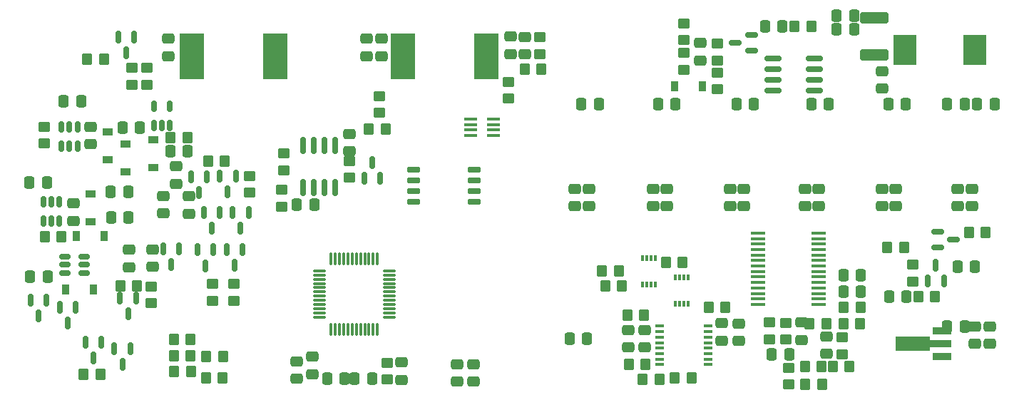
<source format=gtp>
G04 #@! TF.GenerationSoftware,KiCad,Pcbnew,6.0.10-2.fc37*
G04 #@! TF.CreationDate,2023-02-05T13:57:13+01:00*
G04 #@! TF.ProjectId,Full schematic,46756c6c-2073-4636-9865-6d617469632e,rev?*
G04 #@! TF.SameCoordinates,Original*
G04 #@! TF.FileFunction,Paste,Top*
G04 #@! TF.FilePolarity,Positive*
%FSLAX46Y46*%
G04 Gerber Fmt 4.6, Leading zero omitted, Abs format (unit mm)*
G04 Created by KiCad (PCBNEW 6.0.10-2.fc37) date 2023-02-05 13:57:13*
%MOMM*%
%LPD*%
G01*
G04 APERTURE LIST*
G04 Aperture macros list*
%AMRoundRect*
0 Rectangle with rounded corners*
0 $1 Rounding radius*
0 $2 $3 $4 $5 $6 $7 $8 $9 X,Y pos of 4 corners*
0 Add a 4 corners polygon primitive as box body*
4,1,4,$2,$3,$4,$5,$6,$7,$8,$9,$2,$3,0*
0 Add four circle primitives for the rounded corners*
1,1,$1+$1,$2,$3*
1,1,$1+$1,$4,$5*
1,1,$1+$1,$6,$7*
1,1,$1+$1,$8,$9*
0 Add four rect primitives between the rounded corners*
20,1,$1+$1,$2,$3,$4,$5,0*
20,1,$1+$1,$4,$5,$6,$7,0*
20,1,$1+$1,$6,$7,$8,$9,0*
20,1,$1+$1,$8,$9,$2,$3,0*%
%AMFreePoly0*
4,1,9,5.362500,-0.866500,1.237500,-0.866500,1.237500,-0.450000,-1.237500,-0.450000,-1.237500,0.450000,1.237500,0.450000,1.237500,0.866500,5.362500,0.866500,5.362500,-0.866500,5.362500,-0.866500,$1*%
G04 Aperture macros list end*
%ADD10RoundRect,0.250000X0.337500X0.475000X-0.337500X0.475000X-0.337500X-0.475000X0.337500X-0.475000X0*%
%ADD11RoundRect,0.250000X0.450000X-0.350000X0.450000X0.350000X-0.450000X0.350000X-0.450000X-0.350000X0*%
%ADD12RoundRect,0.150000X-0.150000X0.587500X-0.150000X-0.587500X0.150000X-0.587500X0.150000X0.587500X0*%
%ADD13RoundRect,0.250000X-0.475000X0.337500X-0.475000X-0.337500X0.475000X-0.337500X0.475000X0.337500X0*%
%ADD14RoundRect,0.250000X-0.350000X-0.450000X0.350000X-0.450000X0.350000X0.450000X-0.350000X0.450000X0*%
%ADD15R,0.900000X1.200000*%
%ADD16RoundRect,0.150000X-0.150000X0.512500X-0.150000X-0.512500X0.150000X-0.512500X0.150000X0.512500X0*%
%ADD17RoundRect,0.250000X-0.337500X-0.475000X0.337500X-0.475000X0.337500X0.475000X-0.337500X0.475000X0*%
%ADD18RoundRect,0.250000X-0.450000X0.350000X-0.450000X-0.350000X0.450000X-0.350000X0.450000X0.350000X0*%
%ADD19RoundRect,0.250000X0.475000X-0.337500X0.475000X0.337500X-0.475000X0.337500X-0.475000X-0.337500X0*%
%ADD20RoundRect,0.150000X0.587500X0.150000X-0.587500X0.150000X-0.587500X-0.150000X0.587500X-0.150000X0*%
%ADD21RoundRect,0.150000X0.150000X-0.512500X0.150000X0.512500X-0.150000X0.512500X-0.150000X-0.512500X0*%
%ADD22R,2.300000X0.900000*%
%ADD23FreePoly0,180.000000*%
%ADD24RoundRect,0.250000X-1.450000X0.400000X-1.450000X-0.400000X1.450000X-0.400000X1.450000X0.400000X0*%
%ADD25RoundRect,0.250000X0.350000X0.450000X-0.350000X0.450000X-0.350000X-0.450000X0.350000X-0.450000X0*%
%ADD26R,1.560000X0.400000*%
%ADD27R,1.000000X0.400000*%
%ADD28RoundRect,0.075000X0.075000X-0.662500X0.075000X0.662500X-0.075000X0.662500X-0.075000X-0.662500X0*%
%ADD29RoundRect,0.075000X0.662500X-0.075000X0.662500X0.075000X-0.662500X0.075000X-0.662500X-0.075000X0*%
%ADD30RoundRect,0.150000X-0.512500X-0.150000X0.512500X-0.150000X0.512500X0.150000X-0.512500X0.150000X0*%
%ADD31RoundRect,0.150000X0.150000X-0.587500X0.150000X0.587500X-0.150000X0.587500X-0.150000X-0.587500X0*%
%ADD32R,1.200000X0.900000*%
%ADD33R,2.700000X3.600000*%
%ADD34RoundRect,0.150000X-0.825000X-0.150000X0.825000X-0.150000X0.825000X0.150000X-0.825000X0.150000X0*%
%ADD35R,0.300000X0.800000*%
%ADD36RoundRect,0.150000X-0.587500X-0.150000X0.587500X-0.150000X0.587500X0.150000X-0.587500X0.150000X0*%
%ADD37R,1.750000X0.450000*%
%ADD38R,2.900000X5.400000*%
%ADD39RoundRect,0.150000X-0.650000X-0.150000X0.650000X-0.150000X0.650000X0.150000X-0.650000X0.150000X0*%
%ADD40RoundRect,0.150000X0.150000X-0.825000X0.150000X0.825000X-0.150000X0.825000X-0.150000X-0.825000X0*%
G04 APERTURE END LIST*
D10*
X61392000Y-63158959D03*
X59317000Y-63158959D03*
D11*
X22479000Y-35274000D03*
X22479000Y-33274000D03*
D12*
X38481000Y-47752000D03*
X36581000Y-47752000D03*
X37531000Y-49627000D03*
X46035000Y-47830500D03*
X44135000Y-47830500D03*
X45085000Y-49705500D03*
D13*
X52418000Y-61126959D03*
X52418000Y-63201959D03*
D14*
X41910000Y-37338000D03*
X43910000Y-37338000D03*
D12*
X41783000Y-39194500D03*
X39883000Y-39194500D03*
X40833000Y-41069500D03*
D15*
X26291000Y-46228000D03*
X29591000Y-46228000D03*
D13*
X85471000Y-40640000D03*
X85471000Y-42715000D03*
D16*
X24257000Y-42164000D03*
X23307000Y-42164000D03*
X22357000Y-42164000D03*
X22357000Y-44439000D03*
X23307000Y-44439000D03*
X24257000Y-44439000D03*
D17*
X104648000Y-30607000D03*
X106723000Y-30607000D03*
D11*
X81280000Y-24638000D03*
X81280000Y-22638000D03*
D14*
X79502000Y-26416000D03*
X81502000Y-26416000D03*
D18*
X34671000Y-26289000D03*
X34671000Y-28289000D03*
D19*
X37211000Y-24892000D03*
X37211000Y-22817000D03*
D20*
X106426000Y-24252000D03*
X106426000Y-22352000D03*
X104551000Y-23302000D03*
D14*
X101346000Y-54737000D03*
X103346000Y-54737000D03*
D17*
X24765000Y-30226000D03*
X26840000Y-30226000D03*
D18*
X50673000Y-40767000D03*
X50673000Y-42767000D03*
D14*
X41656000Y-63119000D03*
X43656000Y-63119000D03*
D21*
X35499000Y-33147000D03*
X36449000Y-33147000D03*
X37399000Y-33147000D03*
X37399000Y-30872000D03*
X35499000Y-30872000D03*
D17*
X30353000Y-41021000D03*
X32428000Y-41021000D03*
D18*
X125603000Y-49657000D03*
X125603000Y-51657000D03*
D10*
X39497000Y-36195000D03*
X37422000Y-36195000D03*
D13*
X91821000Y-57404000D03*
X91821000Y-59479000D03*
D22*
X129023000Y-60512000D03*
D23*
X128935500Y-59012000D03*
D22*
X129023000Y-57512000D03*
D13*
X103886000Y-40640000D03*
X103886000Y-42715000D03*
D14*
X37878000Y-62357000D03*
X39878000Y-62357000D03*
D10*
X132969000Y-49911000D03*
X130894000Y-49911000D03*
D24*
X121031000Y-20325000D03*
X121031000Y-24775000D03*
D17*
X86233000Y-30607000D03*
X88308000Y-30607000D03*
D12*
X46736000Y-43434000D03*
X44836000Y-43434000D03*
X45786000Y-45309000D03*
D10*
X131742000Y-56980000D03*
X129667000Y-56980000D03*
D14*
X37465000Y-34544000D03*
X39465000Y-34544000D03*
D25*
X91059000Y-52197000D03*
X89059000Y-52197000D03*
D18*
X58674000Y-37338000D03*
X58674000Y-39338000D03*
D12*
X26223000Y-54688500D03*
X24323000Y-54688500D03*
X25273000Y-56563500D03*
D11*
X110490000Y-58547000D03*
X110490000Y-56547000D03*
D25*
X90678000Y-50419000D03*
X88678000Y-50419000D03*
D19*
X121920000Y-28728500D03*
X121920000Y-26653500D03*
D26*
X73119000Y-32345000D03*
X73119000Y-32995000D03*
X73119000Y-33655000D03*
X73119000Y-34305000D03*
X75819000Y-34305000D03*
X75819000Y-33655000D03*
X75819000Y-32995000D03*
X75819000Y-32345000D03*
D15*
X97282000Y-28448000D03*
X100582000Y-28448000D03*
D17*
X30396000Y-44069000D03*
X32471000Y-44069000D03*
D11*
X32893000Y-28289000D03*
X32893000Y-26289000D03*
D19*
X25908000Y-44450000D03*
X25908000Y-42375000D03*
D17*
X52451000Y-42545000D03*
X54526000Y-42545000D03*
D13*
X87122000Y-40640000D03*
X87122000Y-42715000D03*
D17*
X117348000Y-50927000D03*
X119423000Y-50927000D03*
D25*
X124555000Y-47625000D03*
X122555000Y-47625000D03*
D19*
X112395000Y-58568500D03*
X112395000Y-56493500D03*
D14*
X37846000Y-60452000D03*
X39846000Y-60452000D03*
D10*
X118618000Y-20071000D03*
X116543000Y-20071000D03*
D14*
X112808000Y-63881000D03*
X114808000Y-63881000D03*
D27*
X95504000Y-56948000D03*
X95504000Y-57598000D03*
X95504000Y-58248000D03*
X95504000Y-58898000D03*
X95504000Y-59548000D03*
X95504000Y-60198000D03*
X95504000Y-60848000D03*
X95504000Y-61498000D03*
X101304000Y-61498000D03*
X101304000Y-60848000D03*
X101304000Y-60198000D03*
X101304000Y-59548000D03*
X101304000Y-58898000D03*
X101304000Y-58248000D03*
X101304000Y-57598000D03*
X101304000Y-56948000D03*
D25*
X93853000Y-61468000D03*
X91853000Y-61468000D03*
D28*
X56526000Y-57288459D03*
X57026000Y-57288459D03*
X57526000Y-57288459D03*
X58026000Y-57288459D03*
X58526000Y-57288459D03*
X59026000Y-57288459D03*
X59526000Y-57288459D03*
X60026000Y-57288459D03*
X60526000Y-57288459D03*
X61026000Y-57288459D03*
X61526000Y-57288459D03*
X62026000Y-57288459D03*
D29*
X63438500Y-55875959D03*
X63438500Y-55375959D03*
X63438500Y-54875959D03*
X63438500Y-54375959D03*
X63438500Y-53875959D03*
X63438500Y-53375959D03*
X63438500Y-52875959D03*
X63438500Y-52375959D03*
X63438500Y-51875959D03*
X63438500Y-51375959D03*
X63438500Y-50875959D03*
X63438500Y-50375959D03*
D28*
X62026000Y-48963459D03*
X61526000Y-48963459D03*
X61026000Y-48963459D03*
X60526000Y-48963459D03*
X60026000Y-48963459D03*
X59526000Y-48963459D03*
X59026000Y-48963459D03*
X58526000Y-48963459D03*
X58026000Y-48963459D03*
X57526000Y-48963459D03*
X57026000Y-48963459D03*
X56526000Y-48963459D03*
D29*
X55113500Y-50375959D03*
X55113500Y-50875959D03*
X55113500Y-51375959D03*
X55113500Y-51875959D03*
X55113500Y-52375959D03*
X55113500Y-52875959D03*
X55113500Y-53375959D03*
X55113500Y-53875959D03*
X55113500Y-54375959D03*
X55113500Y-54875959D03*
X55113500Y-55375959D03*
X55113500Y-55875959D03*
D14*
X132239000Y-45847000D03*
X134239000Y-45847000D03*
D30*
X24892000Y-48707000D03*
X24892000Y-49657000D03*
X24892000Y-50607000D03*
X27167000Y-50607000D03*
X27167000Y-49657000D03*
X27167000Y-48707000D03*
D14*
X112776000Y-61722000D03*
X114776000Y-61722000D03*
D31*
X60452000Y-39370000D03*
X62352000Y-39370000D03*
X61402000Y-37495000D03*
D18*
X77597000Y-27940000D03*
X77597000Y-29940000D03*
D13*
X64864000Y-61253959D03*
X64864000Y-63328959D03*
X54323000Y-60575959D03*
X54323000Y-62650959D03*
D12*
X29276000Y-58831000D03*
X27376000Y-58831000D03*
X28326000Y-60706000D03*
X43307000Y-43434000D03*
X41407000Y-43434000D03*
X42357000Y-45309000D03*
D13*
X105537000Y-40640000D03*
X105537000Y-42715000D03*
D19*
X62484000Y-24892000D03*
X62484000Y-22817000D03*
X27940000Y-35327500D03*
X27940000Y-33252500D03*
D11*
X110871000Y-63881000D03*
X110871000Y-61881000D03*
X108585000Y-58515000D03*
X108585000Y-56515000D03*
D32*
X32131000Y-35306000D03*
X32131000Y-38606000D03*
D13*
X130937000Y-40640000D03*
X130937000Y-42715000D03*
D19*
X77851000Y-24638000D03*
X77851000Y-22563000D03*
D16*
X26416000Y-33285000D03*
X25466000Y-33285000D03*
X24516000Y-33285000D03*
X24516000Y-35560000D03*
X25466000Y-35560000D03*
X26416000Y-35560000D03*
D17*
X117348000Y-52832000D03*
X119423000Y-52832000D03*
X95355500Y-30607000D03*
X97430500Y-30607000D03*
D32*
X27940000Y-41275000D03*
X27940000Y-44575000D03*
D14*
X117348000Y-56642000D03*
X119348000Y-56642000D03*
D13*
X73406000Y-61468000D03*
X73406000Y-63543000D03*
D18*
X35179000Y-52213000D03*
X35179000Y-54213000D03*
D11*
X102362000Y-25384000D03*
X102362000Y-23384000D03*
D13*
X121920000Y-40618500D03*
X121920000Y-42693500D03*
D14*
X116078000Y-61722000D03*
X118078000Y-61722000D03*
D25*
X62992000Y-33528000D03*
X60992000Y-33528000D03*
D17*
X20701000Y-39878000D03*
X22776000Y-39878000D03*
D13*
X93726000Y-57404000D03*
X93726000Y-59479000D03*
D18*
X98425000Y-24511000D03*
X98425000Y-26511000D03*
X50927000Y-36449000D03*
X50927000Y-38449000D03*
D19*
X58674000Y-36195000D03*
X58674000Y-34120000D03*
D25*
X24511000Y-46355000D03*
X22511000Y-46355000D03*
X99314000Y-63119000D03*
X97314000Y-63119000D03*
D13*
X123571000Y-40618500D03*
X123571000Y-42693500D03*
D14*
X126238000Y-53467000D03*
X128238000Y-53467000D03*
D12*
X42540000Y-47879000D03*
X40640000Y-47879000D03*
X41590000Y-49754000D03*
D17*
X20785000Y-51054000D03*
X22860000Y-51054000D03*
D32*
X29972000Y-33909000D03*
X29972000Y-37209000D03*
D14*
X37846000Y-58547000D03*
X39846000Y-58547000D03*
D18*
X42418000Y-51943000D03*
X42418000Y-53943000D03*
D19*
X36576000Y-43561000D03*
X36576000Y-41486000D03*
D33*
X124628000Y-24135000D03*
X132928000Y-24135000D03*
D15*
X28319000Y-52578000D03*
X25019000Y-52578000D03*
D34*
X108966000Y-25146000D03*
X108966000Y-26416000D03*
X108966000Y-27686000D03*
X108966000Y-28956000D03*
X113916000Y-28956000D03*
X113916000Y-27686000D03*
X113916000Y-26416000D03*
X113916000Y-25146000D03*
D17*
X113538000Y-30607000D03*
X115613000Y-30607000D03*
D14*
X91694000Y-55626000D03*
X93694000Y-55626000D03*
D11*
X102362000Y-28829000D03*
X102362000Y-26829000D03*
D13*
X132969000Y-56958500D03*
X132969000Y-59033500D03*
D25*
X113538000Y-21336000D03*
X111538000Y-21336000D03*
D10*
X124841000Y-53467000D03*
X122766000Y-53467000D03*
D11*
X98425000Y-22987000D03*
X98425000Y-20987000D03*
D13*
X115316000Y-58166000D03*
X115316000Y-60241000D03*
D10*
X86911000Y-58420000D03*
X84836000Y-58420000D03*
D35*
X94996000Y-48895000D03*
X94496000Y-48895000D03*
X93996000Y-48895000D03*
X93496000Y-48895000D03*
X93496000Y-51995000D03*
X93996000Y-51995000D03*
X94496000Y-51995000D03*
X94996000Y-51995000D03*
D25*
X115316000Y-56642000D03*
X113316000Y-56642000D03*
D19*
X39624000Y-43582500D03*
X39624000Y-41507500D03*
D36*
X128524000Y-45720000D03*
X128524000Y-47620000D03*
X130399000Y-46670000D03*
D19*
X60706000Y-24892000D03*
X60706000Y-22817000D03*
D18*
X46863000Y-39116000D03*
X46863000Y-41116000D03*
D12*
X22733000Y-53848000D03*
X20833000Y-53848000D03*
X21783000Y-55723000D03*
D10*
X118618000Y-21722000D03*
X116543000Y-21722000D03*
D14*
X27133000Y-62641000D03*
X29133000Y-62641000D03*
D12*
X33383500Y-53606500D03*
X31483500Y-53606500D03*
X32433500Y-55481500D03*
D11*
X62230000Y-31623000D03*
X62230000Y-29623000D03*
D37*
X107227000Y-45906000D03*
X107227000Y-46556000D03*
X107227000Y-47206000D03*
X107227000Y-47856000D03*
X107227000Y-48506000D03*
X107227000Y-49156000D03*
X107227000Y-49806000D03*
X107227000Y-50456000D03*
X107227000Y-51106000D03*
X107227000Y-51756000D03*
X107227000Y-52406000D03*
X107227000Y-53056000D03*
X107227000Y-53706000D03*
X107227000Y-54356000D03*
X114427000Y-54356000D03*
X114427000Y-53706000D03*
X114427000Y-53056000D03*
X114427000Y-52406000D03*
X114427000Y-51756000D03*
X114427000Y-51106000D03*
X114427000Y-50456000D03*
X114427000Y-49806000D03*
X114427000Y-49156000D03*
X114427000Y-48506000D03*
X114427000Y-47856000D03*
X114427000Y-47206000D03*
X114427000Y-46556000D03*
X114427000Y-45906000D03*
D12*
X32700000Y-59593000D03*
X30800000Y-59593000D03*
X31750000Y-61468000D03*
D25*
X95504000Y-63246000D03*
X93504000Y-63246000D03*
D13*
X96393000Y-40640000D03*
X96393000Y-42715000D03*
D38*
X65024000Y-24892000D03*
X74924000Y-24892000D03*
D19*
X79502000Y-24681000D03*
X79502000Y-22606000D03*
D11*
X63213000Y-63285959D03*
X63213000Y-61285959D03*
D13*
X112776000Y-40618500D03*
X112776000Y-42693500D03*
D25*
X98266000Y-49403000D03*
X96266000Y-49403000D03*
D13*
X134747000Y-56958500D03*
X134747000Y-59033500D03*
X71501000Y-61468000D03*
X71501000Y-63543000D03*
D38*
X40005000Y-24892000D03*
X49905000Y-24892000D03*
D19*
X35306000Y-49911000D03*
X35306000Y-47836000D03*
D14*
X27559000Y-25273000D03*
X29559000Y-25273000D03*
D19*
X100330000Y-25400000D03*
X100330000Y-23325000D03*
D17*
X129667000Y-30607000D03*
X131742000Y-30607000D03*
D18*
X44958000Y-51943000D03*
X44958000Y-53943000D03*
D17*
X122682000Y-30607000D03*
X124757000Y-30607000D03*
D13*
X114427000Y-40640000D03*
X114427000Y-42715000D03*
D32*
X35433000Y-38100000D03*
X35433000Y-34800000D03*
D10*
X110109000Y-21336000D03*
X108034000Y-21336000D03*
D13*
X132588000Y-40640000D03*
X132588000Y-42715000D03*
D12*
X45212000Y-39116000D03*
X43312000Y-39116000D03*
X44262000Y-40991000D03*
D13*
X38100000Y-37973000D03*
X38100000Y-40048000D03*
D31*
X127386000Y-51562000D03*
X129286000Y-51562000D03*
X128336000Y-49687000D03*
D17*
X56058000Y-63158959D03*
X58133000Y-63158959D03*
D39*
X66294000Y-38354000D03*
X66294000Y-39624000D03*
X66294000Y-40894000D03*
X66294000Y-42164000D03*
X73494000Y-42164000D03*
X73494000Y-40894000D03*
X73494000Y-39624000D03*
X73494000Y-38354000D03*
D12*
X33147000Y-22606000D03*
X31247000Y-22606000D03*
X32197000Y-24481000D03*
D17*
X108839000Y-60325000D03*
X110914000Y-60325000D03*
X133223000Y-30607000D03*
X135298000Y-30607000D03*
D25*
X119380000Y-54737000D03*
X117380000Y-54737000D03*
D19*
X102870000Y-58674000D03*
X102870000Y-56599000D03*
D14*
X31496000Y-52197000D03*
X33496000Y-52197000D03*
D13*
X104902000Y-56642000D03*
X104902000Y-58717000D03*
X94742000Y-40640000D03*
X94742000Y-42715000D03*
D35*
X98933000Y-51181000D03*
X98433000Y-51181000D03*
X97933000Y-51181000D03*
X97433000Y-51181000D03*
X97433000Y-54281000D03*
X97933000Y-54281000D03*
X98433000Y-54281000D03*
X98933000Y-54281000D03*
D14*
X41688000Y-60579000D03*
X43688000Y-60579000D03*
D40*
X53213000Y-40448000D03*
X54483000Y-40448000D03*
X55753000Y-40448000D03*
X57023000Y-40448000D03*
X57023000Y-35498000D03*
X55753000Y-35498000D03*
X54483000Y-35498000D03*
X53213000Y-35498000D03*
D10*
X33825000Y-33401000D03*
X31750000Y-33401000D03*
D19*
X32512000Y-49932500D03*
X32512000Y-47857500D03*
D18*
X117221000Y-58293000D03*
X117221000Y-60293000D03*
M02*

</source>
